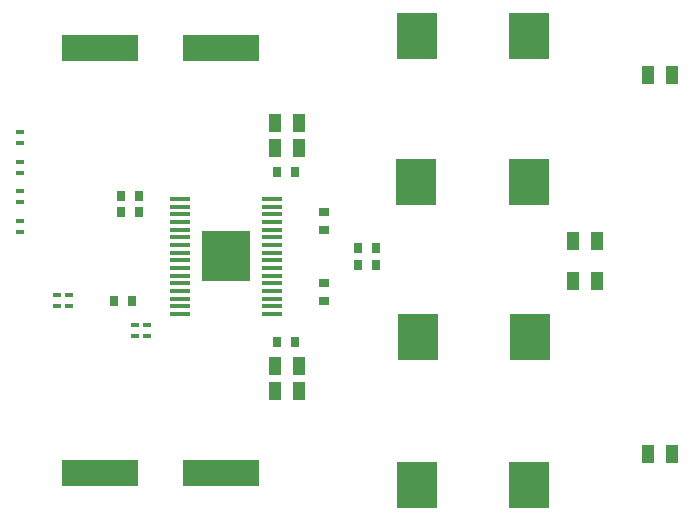
<source format=gtp>
G04*
G04 #@! TF.GenerationSoftware,Altium Limited,Altium Designer,23.1.1 (15)*
G04*
G04 Layer_Color=8421504*
%FSLAX44Y44*%
%MOMM*%
G71*
G04*
G04 #@! TF.SameCoordinates,268351B6-6D58-47A7-88F6-7EDC03A6DC4B*
G04*
G04*
G04 #@! TF.FilePolarity,Positive*
G04*
G01*
G75*
%ADD14R,0.6350X0.4572*%
%ADD15R,6.5000X2.3000*%
%ADD16R,3.5000X4.0000*%
%ADD17R,0.8890X0.7620*%
%ADD18R,0.7620X0.8890*%
%ADD19R,4.1100X4.3600*%
%ADD20R,1.6750X0.4500*%
%ADD21R,1.0160X1.5240*%
D14*
X82900Y359177D02*
D03*
Y349779D02*
D03*
Y333602D02*
D03*
Y324204D02*
D03*
Y308653D02*
D03*
Y299255D02*
D03*
Y283195D02*
D03*
Y273797D02*
D03*
X124460Y220599D02*
D03*
Y211201D02*
D03*
X114300D02*
D03*
Y220599D02*
D03*
X179620Y185926D02*
D03*
Y195324D02*
D03*
X190541Y185799D02*
D03*
Y195197D02*
D03*
D15*
X252578Y430000D02*
D03*
X150582D02*
D03*
Y70206D02*
D03*
X252578D02*
D03*
D16*
X418994Y440000D02*
D03*
X513994D02*
D03*
X419858Y184912D02*
D03*
X514858D02*
D03*
X418334Y316484D02*
D03*
X513334D02*
D03*
X418994Y60000D02*
D03*
X513994D02*
D03*
D17*
X340000Y215380D02*
D03*
Y230620D02*
D03*
X340000Y290874D02*
D03*
Y275634D02*
D03*
D18*
X177545Y215510D02*
D03*
X162305D02*
D03*
X183388Y291510D02*
D03*
X168148D02*
D03*
X183386Y304510D02*
D03*
X168146D02*
D03*
X300228Y181356D02*
D03*
X315468D02*
D03*
X384302Y260788D02*
D03*
X369062D02*
D03*
X384302Y246126D02*
D03*
X369062D02*
D03*
X299974Y325120D02*
D03*
X315214D02*
D03*
D19*
X256730Y253510D02*
D03*
D20*
X295610Y302260D02*
D03*
Y295760D02*
D03*
Y289260D02*
D03*
Y282760D02*
D03*
Y276260D02*
D03*
Y269760D02*
D03*
Y263260D02*
D03*
Y256760D02*
D03*
Y250260D02*
D03*
Y243760D02*
D03*
Y237260D02*
D03*
Y230760D02*
D03*
Y224260D02*
D03*
Y217760D02*
D03*
Y211260D02*
D03*
Y204760D02*
D03*
X217850D02*
D03*
Y211260D02*
D03*
Y217760D02*
D03*
Y224260D02*
D03*
Y230760D02*
D03*
Y237260D02*
D03*
Y243760D02*
D03*
Y250260D02*
D03*
Y256760D02*
D03*
Y263260D02*
D03*
Y269760D02*
D03*
Y276260D02*
D03*
Y282760D02*
D03*
Y289260D02*
D03*
Y295760D02*
D03*
Y302260D02*
D03*
D21*
X319278Y160782D02*
D03*
X298958D02*
D03*
X319182Y139700D02*
D03*
X298862D02*
D03*
X319230Y366776D02*
D03*
X298910D02*
D03*
X319232Y345694D02*
D03*
X298912D02*
D03*
X551180Y266484D02*
D03*
X571500D02*
D03*
X634697Y86106D02*
D03*
X614377D02*
D03*
X551180Y232918D02*
D03*
X571500D02*
D03*
X634492Y407162D02*
D03*
X614172D02*
D03*
M02*

</source>
